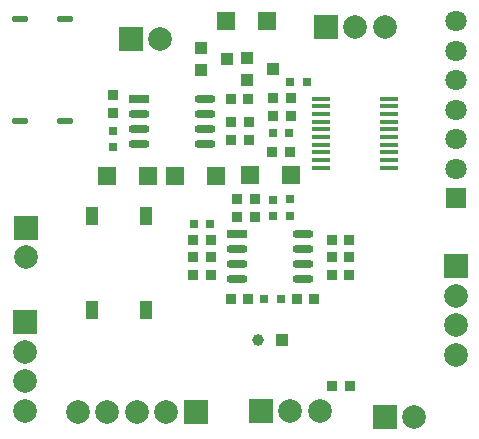
<source format=gbr>
G04*
G04 #@! TF.GenerationSoftware,Altium Limited,Altium Designer,22.4.2 (48)*
G04*
G04 Layer_Color=255*
%FSLAX25Y25*%
%MOIN*%
G70*
G04*
G04 #@! TF.SameCoordinates,BD52291B-EC81-4074-921C-677567915CDC*
G04*
G04*
G04 #@! TF.FilePolarity,Positive*
G04*
G01*
G75*
%ADD21R,0.03937X0.05906*%
%ADD22R,0.07087X0.02559*%
%ADD23O,0.07087X0.02559*%
%ADD24R,0.03000X0.03000*%
%ADD25R,0.03543X0.03543*%
%ADD26R,0.06000X0.06000*%
%ADD27R,0.03937X0.03937*%
%ADD28R,0.03000X0.03000*%
%ADD29R,0.06299X0.01575*%
%ADD30R,0.03543X0.03543*%
%ADD31R,0.05906X0.06299*%
%ADD44R,0.03937X0.03937*%
%ADD57R,0.07874X0.07874*%
%ADD58C,0.07874*%
%ADD59C,0.07087*%
%ADD60R,0.07087X0.07087*%
%ADD61R,0.07874X0.07874*%
%ADD62C,0.03937*%
G04:AMPARAMS|DCode=63|XSize=55.12mil|YSize=19.68mil|CornerRadius=4.92mil|HoleSize=0mil|Usage=FLASHONLY|Rotation=0.000|XOffset=0mil|YOffset=0mil|HoleType=Round|Shape=RoundedRectangle|*
%AMROUNDEDRECTD63*
21,1,0.05512,0.00984,0,0,0.0*
21,1,0.04528,0.01968,0,0,0.0*
1,1,0.00984,0.02264,-0.00492*
1,1,0.00984,-0.02264,-0.00492*
1,1,0.00984,-0.02264,0.00492*
1,1,0.00984,0.02264,0.00492*
%
%ADD63ROUNDEDRECTD63*%
D21*
X30512Y41339D02*
D03*
Y72835D02*
D03*
X48228Y41339D02*
D03*
Y72835D02*
D03*
D22*
X46063Y111831D02*
D03*
X78740Y66929D02*
D03*
D23*
X46063Y106831D02*
D03*
Y101831D02*
D03*
Y96831D02*
D03*
X68110Y111831D02*
D03*
Y106831D02*
D03*
Y101831D02*
D03*
Y96831D02*
D03*
X78740Y61929D02*
D03*
Y56929D02*
D03*
Y51929D02*
D03*
X100787Y66929D02*
D03*
Y61929D02*
D03*
Y56929D02*
D03*
Y51929D02*
D03*
D24*
X37408Y101175D02*
D03*
X37402Y95725D02*
D03*
X96463Y78341D02*
D03*
X96457Y72891D02*
D03*
X90545Y72840D02*
D03*
X90551Y78290D02*
D03*
D25*
X37402Y107283D02*
D03*
Y113189D02*
D03*
X76772Y104134D02*
D03*
Y98228D02*
D03*
X82677Y104134D02*
D03*
Y98228D02*
D03*
X84646Y78543D02*
D03*
Y72638D02*
D03*
X78740D02*
D03*
Y78543D02*
D03*
D26*
X88583Y137795D02*
D03*
X75083D02*
D03*
D27*
X66535Y121457D02*
D03*
X75197Y125197D02*
D03*
X66535Y128937D02*
D03*
X81890Y118110D02*
D03*
X90551Y121850D02*
D03*
X81890Y125591D02*
D03*
D28*
X101907Y117316D02*
D03*
X96457Y117323D02*
D03*
X96057Y100387D02*
D03*
X90607Y100394D02*
D03*
X69679Y70072D02*
D03*
X64229Y70079D02*
D03*
X93301Y45269D02*
D03*
X87851Y45276D02*
D03*
D29*
X106693Y101673D02*
D03*
Y99114D02*
D03*
Y96555D02*
D03*
Y91437D02*
D03*
Y88878D02*
D03*
Y93996D02*
D03*
Y104232D02*
D03*
Y106791D02*
D03*
Y109350D02*
D03*
Y111909D02*
D03*
X129528Y88878D02*
D03*
Y91437D02*
D03*
Y93996D02*
D03*
Y96555D02*
D03*
Y99114D02*
D03*
Y101673D02*
D03*
Y104232D02*
D03*
Y106791D02*
D03*
Y109350D02*
D03*
Y111909D02*
D03*
D30*
X90748Y112205D02*
D03*
X96653D02*
D03*
X76575Y111811D02*
D03*
X82480D02*
D03*
X96653Y106299D02*
D03*
X90748D02*
D03*
X90354Y94095D02*
D03*
X96260D02*
D03*
X69882Y64961D02*
D03*
X63976D02*
D03*
X69882Y59055D02*
D03*
X63976D02*
D03*
X69882Y53150D02*
D03*
X63976D02*
D03*
X82480Y45276D02*
D03*
X76575D02*
D03*
X98622D02*
D03*
X104528D02*
D03*
X116142Y64961D02*
D03*
X110236D02*
D03*
X116142Y59055D02*
D03*
X110236D02*
D03*
X116142Y53150D02*
D03*
X110236D02*
D03*
X116339Y16142D02*
D03*
X110433D02*
D03*
D31*
X96653Y86614D02*
D03*
X82874D02*
D03*
X58071Y86221D02*
D03*
X71850D02*
D03*
X35236D02*
D03*
X49016D02*
D03*
D44*
X93701Y31496D02*
D03*
D57*
X43307Y131890D02*
D03*
X108268Y135827D02*
D03*
X127953Y5906D02*
D03*
X86614Y7874D02*
D03*
X64961Y7480D02*
D03*
D58*
X53150Y131890D02*
D03*
X118110Y135827D02*
D03*
X127953D02*
D03*
X8268Y59055D02*
D03*
X151575Y46260D02*
D03*
Y36417D02*
D03*
Y26575D02*
D03*
X137795Y5906D02*
D03*
X96457Y7874D02*
D03*
X106299D02*
D03*
X35433Y7480D02*
D03*
X45276D02*
D03*
X55118D02*
D03*
X25591D02*
D03*
X7874Y27559D02*
D03*
Y17717D02*
D03*
Y7874D02*
D03*
D59*
X151575Y137795D02*
D03*
Y127953D02*
D03*
Y118110D02*
D03*
Y88583D02*
D03*
Y98425D02*
D03*
Y108268D02*
D03*
D60*
Y78740D02*
D03*
D61*
X8268Y68898D02*
D03*
X151575Y56102D02*
D03*
X7874Y37402D02*
D03*
D62*
X85827Y31496D02*
D03*
D63*
X6299Y104528D02*
D03*
X21260D02*
D03*
Y138543D02*
D03*
X6299D02*
D03*
M02*

</source>
